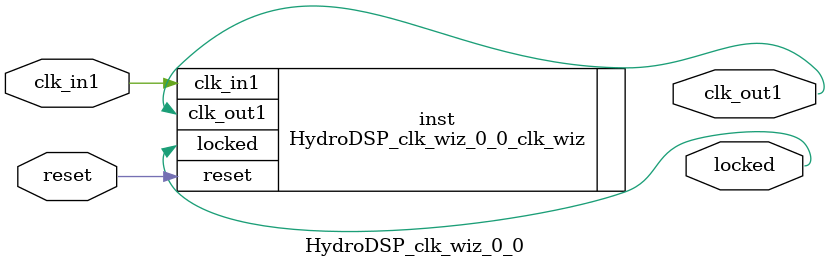
<source format=v>


`timescale 1ps/1ps

(* CORE_GENERATION_INFO = "HydroDSP_clk_wiz_0_0,clk_wiz_v6_0_12_0_0,{component_name=HydroDSP_clk_wiz_0_0,use_phase_alignment=true,use_min_o_jitter=false,use_max_i_jitter=false,use_dyn_phase_shift=false,use_inclk_switchover=false,use_dyn_reconfig=false,enable_axi=0,feedback_source=FDBK_AUTO,PRIMITIVE=MMCM,num_out_clk=1,clkin1_period=10.000,clkin2_period=10.000,use_power_down=false,use_reset=true,use_locked=true,use_inclk_stopped=false,feedback_type=SINGLE,CLOCK_MGR_TYPE=NA,manual_override=false}" *)

module HydroDSP_clk_wiz_0_0 
 (
  // Clock out ports
  output        clk_out1,
  // Status and control signals
  input         reset,
  output        locked,
 // Clock in ports
  input         clk_in1
 );

  HydroDSP_clk_wiz_0_0_clk_wiz inst
  (
  // Clock out ports  
  .clk_out1(clk_out1),
  // Status and control signals               
  .reset(reset), 
  .locked(locked),
 // Clock in ports
  .clk_in1(clk_in1)
  );

endmodule

</source>
